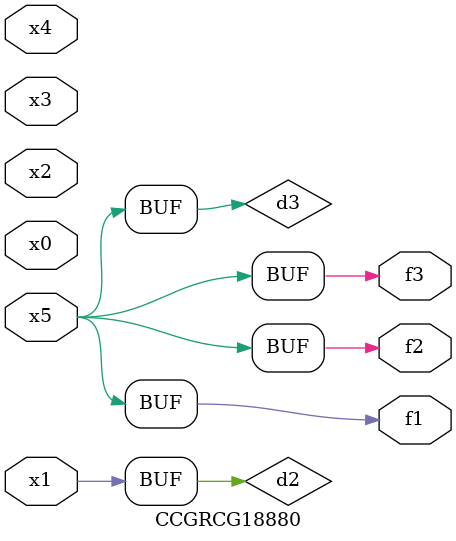
<source format=v>
module CCGRCG18880(
	input x0, x1, x2, x3, x4, x5,
	output f1, f2, f3
);

	wire d1, d2, d3;

	not (d1, x5);
	or (d2, x1);
	xnor (d3, d1);
	assign f1 = d3;
	assign f2 = d3;
	assign f3 = d3;
endmodule

</source>
